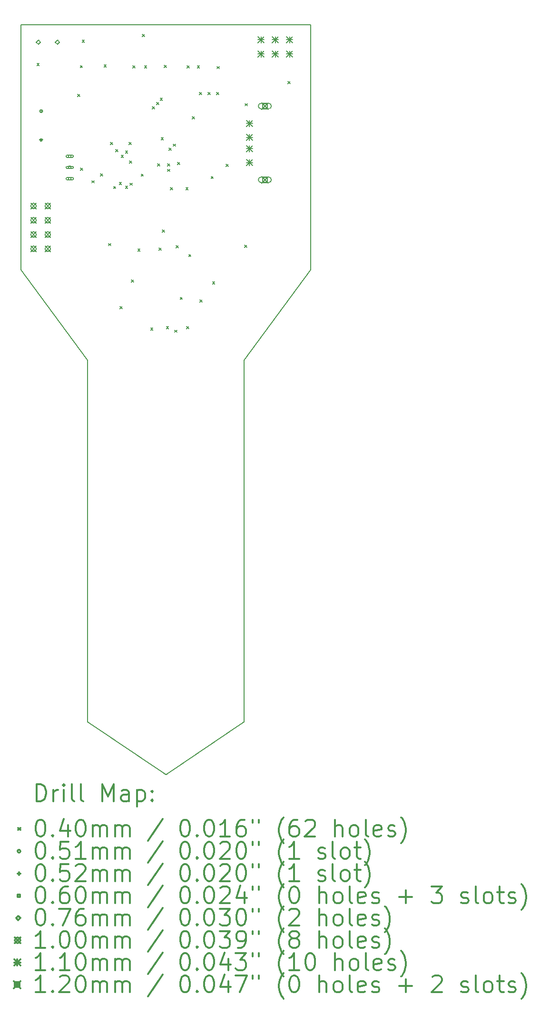
<source format=gbr>
%FSLAX45Y45*%
G04 Gerber Fmt 4.5, Leading zero omitted, Abs format (unit mm)*
G04 Created by KiCad (PCBNEW (5.1.9-0-10_14)) date 2021-04-26 19:30:28*
%MOMM*%
%LPD*%
G01*
G04 APERTURE LIST*
%TA.AperFunction,Profile*%
%ADD10C,0.150000*%
%TD*%
%ADD11C,0.200000*%
%ADD12C,0.300000*%
G04 APERTURE END LIST*
D10*
X7470000Y-5460000D02*
X12630000Y-5460000D01*
X11445000Y-17865000D02*
X10050000Y-18800000D01*
X11445000Y-11430000D02*
X12630000Y-9817500D01*
X12630000Y-9817500D02*
X12630000Y-5460000D01*
X11445000Y-11430000D02*
X11445000Y-17865000D01*
X8655000Y-11430000D02*
X8655000Y-17865000D01*
X7470000Y-9817500D02*
X7470000Y-5460000D01*
X8655000Y-11430000D02*
X7470000Y-9817500D01*
X8655000Y-17865000D02*
X10050000Y-18800000D01*
D11*
X7755000Y-6142500D02*
X7795000Y-6182500D01*
X7795000Y-6142500D02*
X7755000Y-6182500D01*
X8477500Y-6694999D02*
X8517500Y-6734999D01*
X8517500Y-6694999D02*
X8477500Y-6734999D01*
X8527500Y-6182500D02*
X8567500Y-6222500D01*
X8567500Y-6182500D02*
X8527500Y-6222500D01*
X8528000Y-8011000D02*
X8568000Y-8051000D01*
X8568000Y-8011000D02*
X8528000Y-8051000D01*
X8560000Y-5730000D02*
X8600000Y-5770000D01*
X8600000Y-5730000D02*
X8560000Y-5770000D01*
X8732710Y-8232710D02*
X8772710Y-8272710D01*
X8772710Y-8232710D02*
X8732710Y-8272710D01*
X8885000Y-8108000D02*
X8925000Y-8148000D01*
X8925000Y-8108000D02*
X8885000Y-8148000D01*
X8950000Y-6172500D02*
X8990000Y-6212500D01*
X8990000Y-6172500D02*
X8950000Y-6212500D01*
X9030000Y-9350000D02*
X9070000Y-9390000D01*
X9070000Y-9350000D02*
X9030000Y-9390000D01*
X9063431Y-7548431D02*
X9103431Y-7588431D01*
X9103431Y-7548431D02*
X9063431Y-7588431D01*
X9119998Y-8332832D02*
X9159998Y-8372832D01*
X9159998Y-8332832D02*
X9119998Y-8372832D01*
X9157819Y-7680319D02*
X9197819Y-7720319D01*
X9197819Y-7680319D02*
X9157819Y-7720319D01*
X9221794Y-8261401D02*
X9261794Y-8301401D01*
X9261794Y-8261401D02*
X9221794Y-8301401D01*
X9236000Y-10471000D02*
X9276000Y-10511000D01*
X9276000Y-10471000D02*
X9236000Y-10511000D01*
X9255000Y-7780000D02*
X9295000Y-7820000D01*
X9295000Y-7780000D02*
X9255000Y-7820000D01*
X9330000Y-7705000D02*
X9370000Y-7745000D01*
X9370000Y-7705000D02*
X9330000Y-7745000D01*
X9330000Y-8330000D02*
X9370000Y-8370000D01*
X9370000Y-8330000D02*
X9330000Y-8370000D01*
X9392035Y-7548635D02*
X9432035Y-7588635D01*
X9432035Y-7548635D02*
X9392035Y-7588635D01*
X9403735Y-7878735D02*
X9443735Y-7918735D01*
X9443735Y-7878735D02*
X9403735Y-7918735D01*
X9413205Y-8274530D02*
X9453205Y-8314530D01*
X9453205Y-8274530D02*
X9413205Y-8314530D01*
X9439500Y-9995500D02*
X9479500Y-10035500D01*
X9479500Y-9995500D02*
X9439500Y-10035500D01*
X9460000Y-6190000D02*
X9500000Y-6230000D01*
X9500000Y-6190000D02*
X9460000Y-6230000D01*
X9550000Y-9450000D02*
X9590000Y-9490000D01*
X9590000Y-9450000D02*
X9550000Y-9490000D01*
X9610000Y-8113901D02*
X9650000Y-8153901D01*
X9650000Y-8113901D02*
X9610000Y-8153901D01*
X9630000Y-5630000D02*
X9670000Y-5670000D01*
X9670000Y-5630000D02*
X9630000Y-5670000D01*
X9670000Y-6190000D02*
X9710000Y-6230000D01*
X9710000Y-6190000D02*
X9670000Y-6230000D01*
X9780000Y-10855000D02*
X9820000Y-10895000D01*
X9820000Y-10855000D02*
X9780000Y-10895000D01*
X9809800Y-6914200D02*
X9849800Y-6954200D01*
X9849800Y-6914200D02*
X9809800Y-6954200D01*
X9886000Y-6838000D02*
X9926000Y-6878000D01*
X9926000Y-6838000D02*
X9886000Y-6878000D01*
X9905000Y-7930001D02*
X9945000Y-7970001D01*
X9945000Y-7930001D02*
X9905000Y-7970001D01*
X9930000Y-9430000D02*
X9970000Y-9470000D01*
X9970000Y-9430000D02*
X9930000Y-9470000D01*
X9949176Y-6760482D02*
X9989176Y-6800482D01*
X9989176Y-6760482D02*
X9949176Y-6800482D01*
X9966235Y-7468765D02*
X10006235Y-7508765D01*
X10006235Y-7468765D02*
X9966235Y-7508765D01*
X9990000Y-9110000D02*
X10030000Y-9150000D01*
X10030000Y-9110000D02*
X9990000Y-9150000D01*
X10021677Y-6180000D02*
X10061677Y-6220000D01*
X10061677Y-6180000D02*
X10021677Y-6220000D01*
X10060000Y-10829999D02*
X10100000Y-10869999D01*
X10100000Y-10829999D02*
X10060000Y-10869999D01*
X10080000Y-7930000D02*
X10120000Y-7970000D01*
X10120000Y-7930000D02*
X10080000Y-7970000D01*
X10080000Y-8030000D02*
X10120000Y-8070000D01*
X10120000Y-8030000D02*
X10080000Y-8070000D01*
X10105000Y-7655000D02*
X10145000Y-7695000D01*
X10145000Y-7655000D02*
X10105000Y-7695000D01*
X10130000Y-8355000D02*
X10170000Y-8395000D01*
X10170000Y-8355000D02*
X10130000Y-8395000D01*
X10180000Y-7580000D02*
X10220000Y-7620000D01*
X10220000Y-7580000D02*
X10180000Y-7620000D01*
X10210000Y-10890000D02*
X10250000Y-10930000D01*
X10250000Y-10890000D02*
X10210000Y-10930000D01*
X10230000Y-9390000D02*
X10270000Y-9430000D01*
X10270000Y-9390000D02*
X10230000Y-9430000D01*
X10255000Y-7905000D02*
X10295000Y-7945000D01*
X10295000Y-7905000D02*
X10255000Y-7945000D01*
X10305000Y-10307500D02*
X10345000Y-10347500D01*
X10345000Y-10307500D02*
X10305000Y-10347500D01*
X10405000Y-8355000D02*
X10445000Y-8395000D01*
X10445000Y-8355000D02*
X10405000Y-8395000D01*
X10420000Y-10827499D02*
X10460000Y-10867499D01*
X10460000Y-10827499D02*
X10420000Y-10867499D01*
X10430000Y-6190000D02*
X10470000Y-6230000D01*
X10470000Y-6190000D02*
X10430000Y-6230000D01*
X10455931Y-9544069D02*
X10495931Y-9584069D01*
X10495931Y-9544069D02*
X10455931Y-9584069D01*
X10521000Y-7092000D02*
X10561000Y-7132000D01*
X10561000Y-7092000D02*
X10521000Y-7132000D01*
X10610000Y-6190000D02*
X10650000Y-6230000D01*
X10650000Y-6190000D02*
X10610000Y-6230000D01*
X10648000Y-6664000D02*
X10688000Y-6704000D01*
X10688000Y-6664000D02*
X10648000Y-6704000D01*
X10655000Y-10355000D02*
X10695000Y-10395000D01*
X10695000Y-10355000D02*
X10655000Y-10395000D01*
X10800400Y-6664000D02*
X10840400Y-6704000D01*
X10840400Y-6664000D02*
X10800400Y-6704000D01*
X10855000Y-8155000D02*
X10895000Y-8195000D01*
X10895000Y-8155000D02*
X10855000Y-8195000D01*
X10880000Y-10030000D02*
X10920000Y-10070000D01*
X10920000Y-10030000D02*
X10880000Y-10070000D01*
X10952800Y-6664000D02*
X10992800Y-6704000D01*
X10992800Y-6664000D02*
X10952800Y-6704000D01*
X10959999Y-6200000D02*
X10999999Y-6240000D01*
X10999999Y-6200000D02*
X10959999Y-6240000D01*
X11121000Y-7938000D02*
X11161000Y-7978000D01*
X11161000Y-7938000D02*
X11121000Y-7978000D01*
X11450000Y-9380000D02*
X11490000Y-9420000D01*
X11490000Y-9380000D02*
X11450000Y-9420000D01*
X11460800Y-6859700D02*
X11500800Y-6899700D01*
X11500800Y-6859700D02*
X11460800Y-6899700D01*
X12222800Y-6469000D02*
X12262800Y-6509000D01*
X12262800Y-6469000D02*
X12222800Y-6509000D01*
X7855500Y-6996000D02*
G75*
G03*
X7855500Y-6996000I-25500J0D01*
G01*
X7842500Y-6980500D02*
X7817500Y-6980500D01*
X7842500Y-7011500D02*
X7817500Y-7011500D01*
X7817500Y-6980500D02*
G75*
G03*
X7817500Y-7011500I0J-15500D01*
G01*
X7842500Y-7011500D02*
G75*
G03*
X7842500Y-6980500I0J15500D01*
G01*
X7830000Y-7478000D02*
X7830000Y-7530000D01*
X7804000Y-7504000D02*
X7856000Y-7504000D01*
X7842000Y-7488000D02*
X7818000Y-7488000D01*
X7842000Y-7520000D02*
X7818000Y-7520000D01*
X7818000Y-7488000D02*
G75*
G03*
X7818000Y-7520000I0J-16000D01*
G01*
X7842000Y-7520000D02*
G75*
G03*
X7842000Y-7488000I0J16000D01*
G01*
X8361213Y-7818713D02*
X8361213Y-7776287D01*
X8318787Y-7776287D01*
X8318787Y-7818713D01*
X8361213Y-7818713D01*
X8385000Y-7777500D02*
X8295000Y-7777500D01*
X8385000Y-7817500D02*
X8295000Y-7817500D01*
X8295000Y-7777500D02*
G75*
G03*
X8295000Y-7817500I0J-20000D01*
G01*
X8385000Y-7817500D02*
G75*
G03*
X8385000Y-7777500I0J20000D01*
G01*
X8361213Y-8018713D02*
X8361213Y-7976287D01*
X8318787Y-7976287D01*
X8318787Y-8018713D01*
X8361213Y-8018713D01*
X8385000Y-7977500D02*
X8295000Y-7977500D01*
X8385000Y-8017500D02*
X8295000Y-8017500D01*
X8295000Y-7977500D02*
G75*
G03*
X8295000Y-8017500I0J-20000D01*
G01*
X8385000Y-8017500D02*
G75*
G03*
X8385000Y-7977500I0J20000D01*
G01*
X8361213Y-8218713D02*
X8361213Y-8176287D01*
X8318787Y-8176287D01*
X8318787Y-8218713D01*
X8361213Y-8218713D01*
X8385000Y-8177500D02*
X8295000Y-8177500D01*
X8385000Y-8217500D02*
X8295000Y-8217500D01*
X8295000Y-8177500D02*
G75*
G03*
X8295000Y-8217500I0J-20000D01*
G01*
X8385000Y-8217500D02*
G75*
G03*
X8385000Y-8177500I0J20000D01*
G01*
X7782500Y-5808100D02*
X7820600Y-5770000D01*
X7782500Y-5731900D01*
X7744400Y-5770000D01*
X7782500Y-5808100D01*
X8122500Y-5808100D02*
X8160600Y-5770000D01*
X8122500Y-5731900D01*
X8084400Y-5770000D01*
X8122500Y-5808100D01*
X7645000Y-8633000D02*
X7745000Y-8733000D01*
X7745000Y-8633000D02*
X7645000Y-8733000D01*
X7745000Y-8683000D02*
G75*
G03*
X7745000Y-8683000I-50000J0D01*
G01*
X7645000Y-8887000D02*
X7745000Y-8987000D01*
X7745000Y-8887000D02*
X7645000Y-8987000D01*
X7745000Y-8937000D02*
G75*
G03*
X7745000Y-8937000I-50000J0D01*
G01*
X7645000Y-9141000D02*
X7745000Y-9241000D01*
X7745000Y-9141000D02*
X7645000Y-9241000D01*
X7745000Y-9191000D02*
G75*
G03*
X7745000Y-9191000I-50000J0D01*
G01*
X7645000Y-9395000D02*
X7745000Y-9495000D01*
X7745000Y-9395000D02*
X7645000Y-9495000D01*
X7745000Y-9445000D02*
G75*
G03*
X7745000Y-9445000I-50000J0D01*
G01*
X7899000Y-8633000D02*
X7999000Y-8733000D01*
X7999000Y-8633000D02*
X7899000Y-8733000D01*
X7999000Y-8683000D02*
G75*
G03*
X7999000Y-8683000I-50000J0D01*
G01*
X7899000Y-8887000D02*
X7999000Y-8987000D01*
X7999000Y-8887000D02*
X7899000Y-8987000D01*
X7999000Y-8937000D02*
G75*
G03*
X7999000Y-8937000I-50000J0D01*
G01*
X7899000Y-9141000D02*
X7999000Y-9241000D01*
X7999000Y-9141000D02*
X7899000Y-9241000D01*
X7999000Y-9191000D02*
G75*
G03*
X7999000Y-9191000I-50000J0D01*
G01*
X7899000Y-9395000D02*
X7999000Y-9495000D01*
X7999000Y-9395000D02*
X7899000Y-9495000D01*
X7999000Y-9445000D02*
G75*
G03*
X7999000Y-9445000I-50000J0D01*
G01*
X11482500Y-7156000D02*
X11592500Y-7266000D01*
X11592500Y-7156000D02*
X11482500Y-7266000D01*
X11537500Y-7156000D02*
X11537500Y-7266000D01*
X11482500Y-7211000D02*
X11592500Y-7211000D01*
X11482500Y-7406000D02*
X11592500Y-7516000D01*
X11592500Y-7406000D02*
X11482500Y-7516000D01*
X11537500Y-7406000D02*
X11537500Y-7516000D01*
X11482500Y-7461000D02*
X11592500Y-7461000D01*
X11482500Y-7606000D02*
X11592500Y-7716000D01*
X11592500Y-7606000D02*
X11482500Y-7716000D01*
X11537500Y-7606000D02*
X11537500Y-7716000D01*
X11482500Y-7661000D02*
X11592500Y-7661000D01*
X11482500Y-7856000D02*
X11592500Y-7966000D01*
X11592500Y-7856000D02*
X11482500Y-7966000D01*
X11537500Y-7856000D02*
X11537500Y-7966000D01*
X11482500Y-7911000D02*
X11592500Y-7911000D01*
X11691000Y-5668000D02*
X11801000Y-5778000D01*
X11801000Y-5668000D02*
X11691000Y-5778000D01*
X11746000Y-5668000D02*
X11746000Y-5778000D01*
X11691000Y-5723000D02*
X11801000Y-5723000D01*
X11691000Y-5922000D02*
X11801000Y-6032000D01*
X11801000Y-5922000D02*
X11691000Y-6032000D01*
X11746000Y-5922000D02*
X11746000Y-6032000D01*
X11691000Y-5977000D02*
X11801000Y-5977000D01*
X11945000Y-5668000D02*
X12055000Y-5778000D01*
X12055000Y-5668000D02*
X11945000Y-5778000D01*
X12000000Y-5668000D02*
X12000000Y-5778000D01*
X11945000Y-5723000D02*
X12055000Y-5723000D01*
X11945000Y-5922000D02*
X12055000Y-6032000D01*
X12055000Y-5922000D02*
X11945000Y-6032000D01*
X12000000Y-5922000D02*
X12000000Y-6032000D01*
X11945000Y-5977000D02*
X12055000Y-5977000D01*
X12199000Y-5668000D02*
X12309000Y-5778000D01*
X12309000Y-5668000D02*
X12199000Y-5778000D01*
X12254000Y-5668000D02*
X12254000Y-5778000D01*
X12199000Y-5723000D02*
X12309000Y-5723000D01*
X12199000Y-5922000D02*
X12309000Y-6032000D01*
X12309000Y-5922000D02*
X12199000Y-6032000D01*
X12254000Y-5922000D02*
X12254000Y-6032000D01*
X12199000Y-5977000D02*
X12309000Y-5977000D01*
X11752500Y-6845200D02*
X11872500Y-6965200D01*
X11872500Y-6845200D02*
X11752500Y-6965200D01*
X11854927Y-6947627D02*
X11854927Y-6862773D01*
X11770073Y-6862773D01*
X11770073Y-6947627D01*
X11854927Y-6947627D01*
X11747500Y-6955200D02*
X11877500Y-6955200D01*
X11747500Y-6855200D02*
X11877500Y-6855200D01*
X11877500Y-6955200D02*
G75*
G03*
X11877500Y-6855200I0J50000D01*
G01*
X11747500Y-6855200D02*
G75*
G03*
X11747500Y-6955200I0J-50000D01*
G01*
X11752500Y-8156800D02*
X11872500Y-8276800D01*
X11872500Y-8156800D02*
X11752500Y-8276800D01*
X11854927Y-8259227D02*
X11854927Y-8174373D01*
X11770073Y-8174373D01*
X11770073Y-8259227D01*
X11854927Y-8259227D01*
X11877500Y-8166800D02*
X11747500Y-8166800D01*
X11877500Y-8266800D02*
X11747500Y-8266800D01*
X11747500Y-8166800D02*
G75*
G03*
X11747500Y-8266800I0J-50000D01*
G01*
X11877500Y-8266800D02*
G75*
G03*
X11877500Y-8166800I0J50000D01*
G01*
D12*
X7748928Y-19273214D02*
X7748928Y-18973214D01*
X7820357Y-18973214D01*
X7863214Y-18987500D01*
X7891786Y-19016072D01*
X7906071Y-19044643D01*
X7920357Y-19101786D01*
X7920357Y-19144643D01*
X7906071Y-19201786D01*
X7891786Y-19230357D01*
X7863214Y-19258929D01*
X7820357Y-19273214D01*
X7748928Y-19273214D01*
X8048928Y-19273214D02*
X8048928Y-19073214D01*
X8048928Y-19130357D02*
X8063214Y-19101786D01*
X8077500Y-19087500D01*
X8106071Y-19073214D01*
X8134643Y-19073214D01*
X8234643Y-19273214D02*
X8234643Y-19073214D01*
X8234643Y-18973214D02*
X8220357Y-18987500D01*
X8234643Y-19001786D01*
X8248928Y-18987500D01*
X8234643Y-18973214D01*
X8234643Y-19001786D01*
X8420357Y-19273214D02*
X8391786Y-19258929D01*
X8377500Y-19230357D01*
X8377500Y-18973214D01*
X8577500Y-19273214D02*
X8548928Y-19258929D01*
X8534643Y-19230357D01*
X8534643Y-18973214D01*
X8920357Y-19273214D02*
X8920357Y-18973214D01*
X9020357Y-19187500D01*
X9120357Y-18973214D01*
X9120357Y-19273214D01*
X9391786Y-19273214D02*
X9391786Y-19116072D01*
X9377500Y-19087500D01*
X9348928Y-19073214D01*
X9291786Y-19073214D01*
X9263214Y-19087500D01*
X9391786Y-19258929D02*
X9363214Y-19273214D01*
X9291786Y-19273214D01*
X9263214Y-19258929D01*
X9248928Y-19230357D01*
X9248928Y-19201786D01*
X9263214Y-19173214D01*
X9291786Y-19158929D01*
X9363214Y-19158929D01*
X9391786Y-19144643D01*
X9534643Y-19073214D02*
X9534643Y-19373214D01*
X9534643Y-19087500D02*
X9563214Y-19073214D01*
X9620357Y-19073214D01*
X9648928Y-19087500D01*
X9663214Y-19101786D01*
X9677500Y-19130357D01*
X9677500Y-19216072D01*
X9663214Y-19244643D01*
X9648928Y-19258929D01*
X9620357Y-19273214D01*
X9563214Y-19273214D01*
X9534643Y-19258929D01*
X9806071Y-19244643D02*
X9820357Y-19258929D01*
X9806071Y-19273214D01*
X9791786Y-19258929D01*
X9806071Y-19244643D01*
X9806071Y-19273214D01*
X9806071Y-19087500D02*
X9820357Y-19101786D01*
X9806071Y-19116072D01*
X9791786Y-19101786D01*
X9806071Y-19087500D01*
X9806071Y-19116072D01*
X7422500Y-19747500D02*
X7462500Y-19787500D01*
X7462500Y-19747500D02*
X7422500Y-19787500D01*
X7806071Y-19603214D02*
X7834643Y-19603214D01*
X7863214Y-19617500D01*
X7877500Y-19631786D01*
X7891786Y-19660357D01*
X7906071Y-19717500D01*
X7906071Y-19788929D01*
X7891786Y-19846072D01*
X7877500Y-19874643D01*
X7863214Y-19888929D01*
X7834643Y-19903214D01*
X7806071Y-19903214D01*
X7777500Y-19888929D01*
X7763214Y-19874643D01*
X7748928Y-19846072D01*
X7734643Y-19788929D01*
X7734643Y-19717500D01*
X7748928Y-19660357D01*
X7763214Y-19631786D01*
X7777500Y-19617500D01*
X7806071Y-19603214D01*
X8034643Y-19874643D02*
X8048928Y-19888929D01*
X8034643Y-19903214D01*
X8020357Y-19888929D01*
X8034643Y-19874643D01*
X8034643Y-19903214D01*
X8306071Y-19703214D02*
X8306071Y-19903214D01*
X8234643Y-19588929D02*
X8163214Y-19803214D01*
X8348928Y-19803214D01*
X8520357Y-19603214D02*
X8548928Y-19603214D01*
X8577500Y-19617500D01*
X8591786Y-19631786D01*
X8606071Y-19660357D01*
X8620357Y-19717500D01*
X8620357Y-19788929D01*
X8606071Y-19846072D01*
X8591786Y-19874643D01*
X8577500Y-19888929D01*
X8548928Y-19903214D01*
X8520357Y-19903214D01*
X8491786Y-19888929D01*
X8477500Y-19874643D01*
X8463214Y-19846072D01*
X8448928Y-19788929D01*
X8448928Y-19717500D01*
X8463214Y-19660357D01*
X8477500Y-19631786D01*
X8491786Y-19617500D01*
X8520357Y-19603214D01*
X8748928Y-19903214D02*
X8748928Y-19703214D01*
X8748928Y-19731786D02*
X8763214Y-19717500D01*
X8791786Y-19703214D01*
X8834643Y-19703214D01*
X8863214Y-19717500D01*
X8877500Y-19746072D01*
X8877500Y-19903214D01*
X8877500Y-19746072D02*
X8891786Y-19717500D01*
X8920357Y-19703214D01*
X8963214Y-19703214D01*
X8991786Y-19717500D01*
X9006071Y-19746072D01*
X9006071Y-19903214D01*
X9148928Y-19903214D02*
X9148928Y-19703214D01*
X9148928Y-19731786D02*
X9163214Y-19717500D01*
X9191786Y-19703214D01*
X9234643Y-19703214D01*
X9263214Y-19717500D01*
X9277500Y-19746072D01*
X9277500Y-19903214D01*
X9277500Y-19746072D02*
X9291786Y-19717500D01*
X9320357Y-19703214D01*
X9363214Y-19703214D01*
X9391786Y-19717500D01*
X9406071Y-19746072D01*
X9406071Y-19903214D01*
X9991786Y-19588929D02*
X9734643Y-19974643D01*
X10377500Y-19603214D02*
X10406071Y-19603214D01*
X10434643Y-19617500D01*
X10448928Y-19631786D01*
X10463214Y-19660357D01*
X10477500Y-19717500D01*
X10477500Y-19788929D01*
X10463214Y-19846072D01*
X10448928Y-19874643D01*
X10434643Y-19888929D01*
X10406071Y-19903214D01*
X10377500Y-19903214D01*
X10348928Y-19888929D01*
X10334643Y-19874643D01*
X10320357Y-19846072D01*
X10306071Y-19788929D01*
X10306071Y-19717500D01*
X10320357Y-19660357D01*
X10334643Y-19631786D01*
X10348928Y-19617500D01*
X10377500Y-19603214D01*
X10606071Y-19874643D02*
X10620357Y-19888929D01*
X10606071Y-19903214D01*
X10591786Y-19888929D01*
X10606071Y-19874643D01*
X10606071Y-19903214D01*
X10806071Y-19603214D02*
X10834643Y-19603214D01*
X10863214Y-19617500D01*
X10877500Y-19631786D01*
X10891786Y-19660357D01*
X10906071Y-19717500D01*
X10906071Y-19788929D01*
X10891786Y-19846072D01*
X10877500Y-19874643D01*
X10863214Y-19888929D01*
X10834643Y-19903214D01*
X10806071Y-19903214D01*
X10777500Y-19888929D01*
X10763214Y-19874643D01*
X10748928Y-19846072D01*
X10734643Y-19788929D01*
X10734643Y-19717500D01*
X10748928Y-19660357D01*
X10763214Y-19631786D01*
X10777500Y-19617500D01*
X10806071Y-19603214D01*
X11191786Y-19903214D02*
X11020357Y-19903214D01*
X11106071Y-19903214D02*
X11106071Y-19603214D01*
X11077500Y-19646072D01*
X11048928Y-19674643D01*
X11020357Y-19688929D01*
X11448928Y-19603214D02*
X11391786Y-19603214D01*
X11363214Y-19617500D01*
X11348928Y-19631786D01*
X11320357Y-19674643D01*
X11306071Y-19731786D01*
X11306071Y-19846072D01*
X11320357Y-19874643D01*
X11334643Y-19888929D01*
X11363214Y-19903214D01*
X11420357Y-19903214D01*
X11448928Y-19888929D01*
X11463214Y-19874643D01*
X11477500Y-19846072D01*
X11477500Y-19774643D01*
X11463214Y-19746072D01*
X11448928Y-19731786D01*
X11420357Y-19717500D01*
X11363214Y-19717500D01*
X11334643Y-19731786D01*
X11320357Y-19746072D01*
X11306071Y-19774643D01*
X11591786Y-19603214D02*
X11591786Y-19660357D01*
X11706071Y-19603214D02*
X11706071Y-19660357D01*
X12148928Y-20017500D02*
X12134643Y-20003214D01*
X12106071Y-19960357D01*
X12091786Y-19931786D01*
X12077500Y-19888929D01*
X12063214Y-19817500D01*
X12063214Y-19760357D01*
X12077500Y-19688929D01*
X12091786Y-19646072D01*
X12106071Y-19617500D01*
X12134643Y-19574643D01*
X12148928Y-19560357D01*
X12391786Y-19603214D02*
X12334643Y-19603214D01*
X12306071Y-19617500D01*
X12291786Y-19631786D01*
X12263214Y-19674643D01*
X12248928Y-19731786D01*
X12248928Y-19846072D01*
X12263214Y-19874643D01*
X12277500Y-19888929D01*
X12306071Y-19903214D01*
X12363214Y-19903214D01*
X12391786Y-19888929D01*
X12406071Y-19874643D01*
X12420357Y-19846072D01*
X12420357Y-19774643D01*
X12406071Y-19746072D01*
X12391786Y-19731786D01*
X12363214Y-19717500D01*
X12306071Y-19717500D01*
X12277500Y-19731786D01*
X12263214Y-19746072D01*
X12248928Y-19774643D01*
X12534643Y-19631786D02*
X12548928Y-19617500D01*
X12577500Y-19603214D01*
X12648928Y-19603214D01*
X12677500Y-19617500D01*
X12691786Y-19631786D01*
X12706071Y-19660357D01*
X12706071Y-19688929D01*
X12691786Y-19731786D01*
X12520357Y-19903214D01*
X12706071Y-19903214D01*
X13063214Y-19903214D02*
X13063214Y-19603214D01*
X13191786Y-19903214D02*
X13191786Y-19746072D01*
X13177500Y-19717500D01*
X13148928Y-19703214D01*
X13106071Y-19703214D01*
X13077500Y-19717500D01*
X13063214Y-19731786D01*
X13377500Y-19903214D02*
X13348928Y-19888929D01*
X13334643Y-19874643D01*
X13320357Y-19846072D01*
X13320357Y-19760357D01*
X13334643Y-19731786D01*
X13348928Y-19717500D01*
X13377500Y-19703214D01*
X13420357Y-19703214D01*
X13448928Y-19717500D01*
X13463214Y-19731786D01*
X13477500Y-19760357D01*
X13477500Y-19846072D01*
X13463214Y-19874643D01*
X13448928Y-19888929D01*
X13420357Y-19903214D01*
X13377500Y-19903214D01*
X13648928Y-19903214D02*
X13620357Y-19888929D01*
X13606071Y-19860357D01*
X13606071Y-19603214D01*
X13877500Y-19888929D02*
X13848928Y-19903214D01*
X13791786Y-19903214D01*
X13763214Y-19888929D01*
X13748928Y-19860357D01*
X13748928Y-19746072D01*
X13763214Y-19717500D01*
X13791786Y-19703214D01*
X13848928Y-19703214D01*
X13877500Y-19717500D01*
X13891786Y-19746072D01*
X13891786Y-19774643D01*
X13748928Y-19803214D01*
X14006071Y-19888929D02*
X14034643Y-19903214D01*
X14091786Y-19903214D01*
X14120357Y-19888929D01*
X14134643Y-19860357D01*
X14134643Y-19846072D01*
X14120357Y-19817500D01*
X14091786Y-19803214D01*
X14048928Y-19803214D01*
X14020357Y-19788929D01*
X14006071Y-19760357D01*
X14006071Y-19746072D01*
X14020357Y-19717500D01*
X14048928Y-19703214D01*
X14091786Y-19703214D01*
X14120357Y-19717500D01*
X14234643Y-20017500D02*
X14248928Y-20003214D01*
X14277500Y-19960357D01*
X14291786Y-19931786D01*
X14306071Y-19888929D01*
X14320357Y-19817500D01*
X14320357Y-19760357D01*
X14306071Y-19688929D01*
X14291786Y-19646072D01*
X14277500Y-19617500D01*
X14248928Y-19574643D01*
X14234643Y-19560357D01*
X7462500Y-20163500D02*
G75*
G03*
X7462500Y-20163500I-25500J0D01*
G01*
X7806071Y-19999214D02*
X7834643Y-19999214D01*
X7863214Y-20013500D01*
X7877500Y-20027786D01*
X7891786Y-20056357D01*
X7906071Y-20113500D01*
X7906071Y-20184929D01*
X7891786Y-20242072D01*
X7877500Y-20270643D01*
X7863214Y-20284929D01*
X7834643Y-20299214D01*
X7806071Y-20299214D01*
X7777500Y-20284929D01*
X7763214Y-20270643D01*
X7748928Y-20242072D01*
X7734643Y-20184929D01*
X7734643Y-20113500D01*
X7748928Y-20056357D01*
X7763214Y-20027786D01*
X7777500Y-20013500D01*
X7806071Y-19999214D01*
X8034643Y-20270643D02*
X8048928Y-20284929D01*
X8034643Y-20299214D01*
X8020357Y-20284929D01*
X8034643Y-20270643D01*
X8034643Y-20299214D01*
X8320357Y-19999214D02*
X8177500Y-19999214D01*
X8163214Y-20142072D01*
X8177500Y-20127786D01*
X8206071Y-20113500D01*
X8277500Y-20113500D01*
X8306071Y-20127786D01*
X8320357Y-20142072D01*
X8334643Y-20170643D01*
X8334643Y-20242072D01*
X8320357Y-20270643D01*
X8306071Y-20284929D01*
X8277500Y-20299214D01*
X8206071Y-20299214D01*
X8177500Y-20284929D01*
X8163214Y-20270643D01*
X8620357Y-20299214D02*
X8448928Y-20299214D01*
X8534643Y-20299214D02*
X8534643Y-19999214D01*
X8506071Y-20042072D01*
X8477500Y-20070643D01*
X8448928Y-20084929D01*
X8748928Y-20299214D02*
X8748928Y-20099214D01*
X8748928Y-20127786D02*
X8763214Y-20113500D01*
X8791786Y-20099214D01*
X8834643Y-20099214D01*
X8863214Y-20113500D01*
X8877500Y-20142072D01*
X8877500Y-20299214D01*
X8877500Y-20142072D02*
X8891786Y-20113500D01*
X8920357Y-20099214D01*
X8963214Y-20099214D01*
X8991786Y-20113500D01*
X9006071Y-20142072D01*
X9006071Y-20299214D01*
X9148928Y-20299214D02*
X9148928Y-20099214D01*
X9148928Y-20127786D02*
X9163214Y-20113500D01*
X9191786Y-20099214D01*
X9234643Y-20099214D01*
X9263214Y-20113500D01*
X9277500Y-20142072D01*
X9277500Y-20299214D01*
X9277500Y-20142072D02*
X9291786Y-20113500D01*
X9320357Y-20099214D01*
X9363214Y-20099214D01*
X9391786Y-20113500D01*
X9406071Y-20142072D01*
X9406071Y-20299214D01*
X9991786Y-19984929D02*
X9734643Y-20370643D01*
X10377500Y-19999214D02*
X10406071Y-19999214D01*
X10434643Y-20013500D01*
X10448928Y-20027786D01*
X10463214Y-20056357D01*
X10477500Y-20113500D01*
X10477500Y-20184929D01*
X10463214Y-20242072D01*
X10448928Y-20270643D01*
X10434643Y-20284929D01*
X10406071Y-20299214D01*
X10377500Y-20299214D01*
X10348928Y-20284929D01*
X10334643Y-20270643D01*
X10320357Y-20242072D01*
X10306071Y-20184929D01*
X10306071Y-20113500D01*
X10320357Y-20056357D01*
X10334643Y-20027786D01*
X10348928Y-20013500D01*
X10377500Y-19999214D01*
X10606071Y-20270643D02*
X10620357Y-20284929D01*
X10606071Y-20299214D01*
X10591786Y-20284929D01*
X10606071Y-20270643D01*
X10606071Y-20299214D01*
X10806071Y-19999214D02*
X10834643Y-19999214D01*
X10863214Y-20013500D01*
X10877500Y-20027786D01*
X10891786Y-20056357D01*
X10906071Y-20113500D01*
X10906071Y-20184929D01*
X10891786Y-20242072D01*
X10877500Y-20270643D01*
X10863214Y-20284929D01*
X10834643Y-20299214D01*
X10806071Y-20299214D01*
X10777500Y-20284929D01*
X10763214Y-20270643D01*
X10748928Y-20242072D01*
X10734643Y-20184929D01*
X10734643Y-20113500D01*
X10748928Y-20056357D01*
X10763214Y-20027786D01*
X10777500Y-20013500D01*
X10806071Y-19999214D01*
X11020357Y-20027786D02*
X11034643Y-20013500D01*
X11063214Y-19999214D01*
X11134643Y-19999214D01*
X11163214Y-20013500D01*
X11177500Y-20027786D01*
X11191786Y-20056357D01*
X11191786Y-20084929D01*
X11177500Y-20127786D01*
X11006071Y-20299214D01*
X11191786Y-20299214D01*
X11377500Y-19999214D02*
X11406071Y-19999214D01*
X11434643Y-20013500D01*
X11448928Y-20027786D01*
X11463214Y-20056357D01*
X11477500Y-20113500D01*
X11477500Y-20184929D01*
X11463214Y-20242072D01*
X11448928Y-20270643D01*
X11434643Y-20284929D01*
X11406071Y-20299214D01*
X11377500Y-20299214D01*
X11348928Y-20284929D01*
X11334643Y-20270643D01*
X11320357Y-20242072D01*
X11306071Y-20184929D01*
X11306071Y-20113500D01*
X11320357Y-20056357D01*
X11334643Y-20027786D01*
X11348928Y-20013500D01*
X11377500Y-19999214D01*
X11591786Y-19999214D02*
X11591786Y-20056357D01*
X11706071Y-19999214D02*
X11706071Y-20056357D01*
X12148928Y-20413500D02*
X12134643Y-20399214D01*
X12106071Y-20356357D01*
X12091786Y-20327786D01*
X12077500Y-20284929D01*
X12063214Y-20213500D01*
X12063214Y-20156357D01*
X12077500Y-20084929D01*
X12091786Y-20042072D01*
X12106071Y-20013500D01*
X12134643Y-19970643D01*
X12148928Y-19956357D01*
X12420357Y-20299214D02*
X12248928Y-20299214D01*
X12334643Y-20299214D02*
X12334643Y-19999214D01*
X12306071Y-20042072D01*
X12277500Y-20070643D01*
X12248928Y-20084929D01*
X12763214Y-20284929D02*
X12791786Y-20299214D01*
X12848928Y-20299214D01*
X12877500Y-20284929D01*
X12891786Y-20256357D01*
X12891786Y-20242072D01*
X12877500Y-20213500D01*
X12848928Y-20199214D01*
X12806071Y-20199214D01*
X12777500Y-20184929D01*
X12763214Y-20156357D01*
X12763214Y-20142072D01*
X12777500Y-20113500D01*
X12806071Y-20099214D01*
X12848928Y-20099214D01*
X12877500Y-20113500D01*
X13063214Y-20299214D02*
X13034643Y-20284929D01*
X13020357Y-20256357D01*
X13020357Y-19999214D01*
X13220357Y-20299214D02*
X13191786Y-20284929D01*
X13177500Y-20270643D01*
X13163214Y-20242072D01*
X13163214Y-20156357D01*
X13177500Y-20127786D01*
X13191786Y-20113500D01*
X13220357Y-20099214D01*
X13263214Y-20099214D01*
X13291786Y-20113500D01*
X13306071Y-20127786D01*
X13320357Y-20156357D01*
X13320357Y-20242072D01*
X13306071Y-20270643D01*
X13291786Y-20284929D01*
X13263214Y-20299214D01*
X13220357Y-20299214D01*
X13406071Y-20099214D02*
X13520357Y-20099214D01*
X13448928Y-19999214D02*
X13448928Y-20256357D01*
X13463214Y-20284929D01*
X13491786Y-20299214D01*
X13520357Y-20299214D01*
X13591786Y-20413500D02*
X13606071Y-20399214D01*
X13634643Y-20356357D01*
X13648928Y-20327786D01*
X13663214Y-20284929D01*
X13677500Y-20213500D01*
X13677500Y-20156357D01*
X13663214Y-20084929D01*
X13648928Y-20042072D01*
X13634643Y-20013500D01*
X13606071Y-19970643D01*
X13591786Y-19956357D01*
X7436500Y-20533500D02*
X7436500Y-20585500D01*
X7410500Y-20559500D02*
X7462500Y-20559500D01*
X7806071Y-20395214D02*
X7834643Y-20395214D01*
X7863214Y-20409500D01*
X7877500Y-20423786D01*
X7891786Y-20452357D01*
X7906071Y-20509500D01*
X7906071Y-20580929D01*
X7891786Y-20638072D01*
X7877500Y-20666643D01*
X7863214Y-20680929D01*
X7834643Y-20695214D01*
X7806071Y-20695214D01*
X7777500Y-20680929D01*
X7763214Y-20666643D01*
X7748928Y-20638072D01*
X7734643Y-20580929D01*
X7734643Y-20509500D01*
X7748928Y-20452357D01*
X7763214Y-20423786D01*
X7777500Y-20409500D01*
X7806071Y-20395214D01*
X8034643Y-20666643D02*
X8048928Y-20680929D01*
X8034643Y-20695214D01*
X8020357Y-20680929D01*
X8034643Y-20666643D01*
X8034643Y-20695214D01*
X8320357Y-20395214D02*
X8177500Y-20395214D01*
X8163214Y-20538072D01*
X8177500Y-20523786D01*
X8206071Y-20509500D01*
X8277500Y-20509500D01*
X8306071Y-20523786D01*
X8320357Y-20538072D01*
X8334643Y-20566643D01*
X8334643Y-20638072D01*
X8320357Y-20666643D01*
X8306071Y-20680929D01*
X8277500Y-20695214D01*
X8206071Y-20695214D01*
X8177500Y-20680929D01*
X8163214Y-20666643D01*
X8448928Y-20423786D02*
X8463214Y-20409500D01*
X8491786Y-20395214D01*
X8563214Y-20395214D01*
X8591786Y-20409500D01*
X8606071Y-20423786D01*
X8620357Y-20452357D01*
X8620357Y-20480929D01*
X8606071Y-20523786D01*
X8434643Y-20695214D01*
X8620357Y-20695214D01*
X8748928Y-20695214D02*
X8748928Y-20495214D01*
X8748928Y-20523786D02*
X8763214Y-20509500D01*
X8791786Y-20495214D01*
X8834643Y-20495214D01*
X8863214Y-20509500D01*
X8877500Y-20538072D01*
X8877500Y-20695214D01*
X8877500Y-20538072D02*
X8891786Y-20509500D01*
X8920357Y-20495214D01*
X8963214Y-20495214D01*
X8991786Y-20509500D01*
X9006071Y-20538072D01*
X9006071Y-20695214D01*
X9148928Y-20695214D02*
X9148928Y-20495214D01*
X9148928Y-20523786D02*
X9163214Y-20509500D01*
X9191786Y-20495214D01*
X9234643Y-20495214D01*
X9263214Y-20509500D01*
X9277500Y-20538072D01*
X9277500Y-20695214D01*
X9277500Y-20538072D02*
X9291786Y-20509500D01*
X9320357Y-20495214D01*
X9363214Y-20495214D01*
X9391786Y-20509500D01*
X9406071Y-20538072D01*
X9406071Y-20695214D01*
X9991786Y-20380929D02*
X9734643Y-20766643D01*
X10377500Y-20395214D02*
X10406071Y-20395214D01*
X10434643Y-20409500D01*
X10448928Y-20423786D01*
X10463214Y-20452357D01*
X10477500Y-20509500D01*
X10477500Y-20580929D01*
X10463214Y-20638072D01*
X10448928Y-20666643D01*
X10434643Y-20680929D01*
X10406071Y-20695214D01*
X10377500Y-20695214D01*
X10348928Y-20680929D01*
X10334643Y-20666643D01*
X10320357Y-20638072D01*
X10306071Y-20580929D01*
X10306071Y-20509500D01*
X10320357Y-20452357D01*
X10334643Y-20423786D01*
X10348928Y-20409500D01*
X10377500Y-20395214D01*
X10606071Y-20666643D02*
X10620357Y-20680929D01*
X10606071Y-20695214D01*
X10591786Y-20680929D01*
X10606071Y-20666643D01*
X10606071Y-20695214D01*
X10806071Y-20395214D02*
X10834643Y-20395214D01*
X10863214Y-20409500D01*
X10877500Y-20423786D01*
X10891786Y-20452357D01*
X10906071Y-20509500D01*
X10906071Y-20580929D01*
X10891786Y-20638072D01*
X10877500Y-20666643D01*
X10863214Y-20680929D01*
X10834643Y-20695214D01*
X10806071Y-20695214D01*
X10777500Y-20680929D01*
X10763214Y-20666643D01*
X10748928Y-20638072D01*
X10734643Y-20580929D01*
X10734643Y-20509500D01*
X10748928Y-20452357D01*
X10763214Y-20423786D01*
X10777500Y-20409500D01*
X10806071Y-20395214D01*
X11020357Y-20423786D02*
X11034643Y-20409500D01*
X11063214Y-20395214D01*
X11134643Y-20395214D01*
X11163214Y-20409500D01*
X11177500Y-20423786D01*
X11191786Y-20452357D01*
X11191786Y-20480929D01*
X11177500Y-20523786D01*
X11006071Y-20695214D01*
X11191786Y-20695214D01*
X11377500Y-20395214D02*
X11406071Y-20395214D01*
X11434643Y-20409500D01*
X11448928Y-20423786D01*
X11463214Y-20452357D01*
X11477500Y-20509500D01*
X11477500Y-20580929D01*
X11463214Y-20638072D01*
X11448928Y-20666643D01*
X11434643Y-20680929D01*
X11406071Y-20695214D01*
X11377500Y-20695214D01*
X11348928Y-20680929D01*
X11334643Y-20666643D01*
X11320357Y-20638072D01*
X11306071Y-20580929D01*
X11306071Y-20509500D01*
X11320357Y-20452357D01*
X11334643Y-20423786D01*
X11348928Y-20409500D01*
X11377500Y-20395214D01*
X11591786Y-20395214D02*
X11591786Y-20452357D01*
X11706071Y-20395214D02*
X11706071Y-20452357D01*
X12148928Y-20809500D02*
X12134643Y-20795214D01*
X12106071Y-20752357D01*
X12091786Y-20723786D01*
X12077500Y-20680929D01*
X12063214Y-20609500D01*
X12063214Y-20552357D01*
X12077500Y-20480929D01*
X12091786Y-20438072D01*
X12106071Y-20409500D01*
X12134643Y-20366643D01*
X12148928Y-20352357D01*
X12420357Y-20695214D02*
X12248928Y-20695214D01*
X12334643Y-20695214D02*
X12334643Y-20395214D01*
X12306071Y-20438072D01*
X12277500Y-20466643D01*
X12248928Y-20480929D01*
X12763214Y-20680929D02*
X12791786Y-20695214D01*
X12848928Y-20695214D01*
X12877500Y-20680929D01*
X12891786Y-20652357D01*
X12891786Y-20638072D01*
X12877500Y-20609500D01*
X12848928Y-20595214D01*
X12806071Y-20595214D01*
X12777500Y-20580929D01*
X12763214Y-20552357D01*
X12763214Y-20538072D01*
X12777500Y-20509500D01*
X12806071Y-20495214D01*
X12848928Y-20495214D01*
X12877500Y-20509500D01*
X13063214Y-20695214D02*
X13034643Y-20680929D01*
X13020357Y-20652357D01*
X13020357Y-20395214D01*
X13220357Y-20695214D02*
X13191786Y-20680929D01*
X13177500Y-20666643D01*
X13163214Y-20638072D01*
X13163214Y-20552357D01*
X13177500Y-20523786D01*
X13191786Y-20509500D01*
X13220357Y-20495214D01*
X13263214Y-20495214D01*
X13291786Y-20509500D01*
X13306071Y-20523786D01*
X13320357Y-20552357D01*
X13320357Y-20638072D01*
X13306071Y-20666643D01*
X13291786Y-20680929D01*
X13263214Y-20695214D01*
X13220357Y-20695214D01*
X13406071Y-20495214D02*
X13520357Y-20495214D01*
X13448928Y-20395214D02*
X13448928Y-20652357D01*
X13463214Y-20680929D01*
X13491786Y-20695214D01*
X13520357Y-20695214D01*
X13591786Y-20809500D02*
X13606071Y-20795214D01*
X13634643Y-20752357D01*
X13648928Y-20723786D01*
X13663214Y-20680929D01*
X13677500Y-20609500D01*
X13677500Y-20552357D01*
X13663214Y-20480929D01*
X13648928Y-20438072D01*
X13634643Y-20409500D01*
X13606071Y-20366643D01*
X13591786Y-20352357D01*
X7453713Y-20976714D02*
X7453713Y-20934287D01*
X7411286Y-20934287D01*
X7411286Y-20976714D01*
X7453713Y-20976714D01*
X7806071Y-20791214D02*
X7834643Y-20791214D01*
X7863214Y-20805500D01*
X7877500Y-20819786D01*
X7891786Y-20848357D01*
X7906071Y-20905500D01*
X7906071Y-20976929D01*
X7891786Y-21034072D01*
X7877500Y-21062643D01*
X7863214Y-21076929D01*
X7834643Y-21091214D01*
X7806071Y-21091214D01*
X7777500Y-21076929D01*
X7763214Y-21062643D01*
X7748928Y-21034072D01*
X7734643Y-20976929D01*
X7734643Y-20905500D01*
X7748928Y-20848357D01*
X7763214Y-20819786D01*
X7777500Y-20805500D01*
X7806071Y-20791214D01*
X8034643Y-21062643D02*
X8048928Y-21076929D01*
X8034643Y-21091214D01*
X8020357Y-21076929D01*
X8034643Y-21062643D01*
X8034643Y-21091214D01*
X8306071Y-20791214D02*
X8248928Y-20791214D01*
X8220357Y-20805500D01*
X8206071Y-20819786D01*
X8177500Y-20862643D01*
X8163214Y-20919786D01*
X8163214Y-21034072D01*
X8177500Y-21062643D01*
X8191786Y-21076929D01*
X8220357Y-21091214D01*
X8277500Y-21091214D01*
X8306071Y-21076929D01*
X8320357Y-21062643D01*
X8334643Y-21034072D01*
X8334643Y-20962643D01*
X8320357Y-20934072D01*
X8306071Y-20919786D01*
X8277500Y-20905500D01*
X8220357Y-20905500D01*
X8191786Y-20919786D01*
X8177500Y-20934072D01*
X8163214Y-20962643D01*
X8520357Y-20791214D02*
X8548928Y-20791214D01*
X8577500Y-20805500D01*
X8591786Y-20819786D01*
X8606071Y-20848357D01*
X8620357Y-20905500D01*
X8620357Y-20976929D01*
X8606071Y-21034072D01*
X8591786Y-21062643D01*
X8577500Y-21076929D01*
X8548928Y-21091214D01*
X8520357Y-21091214D01*
X8491786Y-21076929D01*
X8477500Y-21062643D01*
X8463214Y-21034072D01*
X8448928Y-20976929D01*
X8448928Y-20905500D01*
X8463214Y-20848357D01*
X8477500Y-20819786D01*
X8491786Y-20805500D01*
X8520357Y-20791214D01*
X8748928Y-21091214D02*
X8748928Y-20891214D01*
X8748928Y-20919786D02*
X8763214Y-20905500D01*
X8791786Y-20891214D01*
X8834643Y-20891214D01*
X8863214Y-20905500D01*
X8877500Y-20934072D01*
X8877500Y-21091214D01*
X8877500Y-20934072D02*
X8891786Y-20905500D01*
X8920357Y-20891214D01*
X8963214Y-20891214D01*
X8991786Y-20905500D01*
X9006071Y-20934072D01*
X9006071Y-21091214D01*
X9148928Y-21091214D02*
X9148928Y-20891214D01*
X9148928Y-20919786D02*
X9163214Y-20905500D01*
X9191786Y-20891214D01*
X9234643Y-20891214D01*
X9263214Y-20905500D01*
X9277500Y-20934072D01*
X9277500Y-21091214D01*
X9277500Y-20934072D02*
X9291786Y-20905500D01*
X9320357Y-20891214D01*
X9363214Y-20891214D01*
X9391786Y-20905500D01*
X9406071Y-20934072D01*
X9406071Y-21091214D01*
X9991786Y-20776929D02*
X9734643Y-21162643D01*
X10377500Y-20791214D02*
X10406071Y-20791214D01*
X10434643Y-20805500D01*
X10448928Y-20819786D01*
X10463214Y-20848357D01*
X10477500Y-20905500D01*
X10477500Y-20976929D01*
X10463214Y-21034072D01*
X10448928Y-21062643D01*
X10434643Y-21076929D01*
X10406071Y-21091214D01*
X10377500Y-21091214D01*
X10348928Y-21076929D01*
X10334643Y-21062643D01*
X10320357Y-21034072D01*
X10306071Y-20976929D01*
X10306071Y-20905500D01*
X10320357Y-20848357D01*
X10334643Y-20819786D01*
X10348928Y-20805500D01*
X10377500Y-20791214D01*
X10606071Y-21062643D02*
X10620357Y-21076929D01*
X10606071Y-21091214D01*
X10591786Y-21076929D01*
X10606071Y-21062643D01*
X10606071Y-21091214D01*
X10806071Y-20791214D02*
X10834643Y-20791214D01*
X10863214Y-20805500D01*
X10877500Y-20819786D01*
X10891786Y-20848357D01*
X10906071Y-20905500D01*
X10906071Y-20976929D01*
X10891786Y-21034072D01*
X10877500Y-21062643D01*
X10863214Y-21076929D01*
X10834643Y-21091214D01*
X10806071Y-21091214D01*
X10777500Y-21076929D01*
X10763214Y-21062643D01*
X10748928Y-21034072D01*
X10734643Y-20976929D01*
X10734643Y-20905500D01*
X10748928Y-20848357D01*
X10763214Y-20819786D01*
X10777500Y-20805500D01*
X10806071Y-20791214D01*
X11020357Y-20819786D02*
X11034643Y-20805500D01*
X11063214Y-20791214D01*
X11134643Y-20791214D01*
X11163214Y-20805500D01*
X11177500Y-20819786D01*
X11191786Y-20848357D01*
X11191786Y-20876929D01*
X11177500Y-20919786D01*
X11006071Y-21091214D01*
X11191786Y-21091214D01*
X11448928Y-20891214D02*
X11448928Y-21091214D01*
X11377500Y-20776929D02*
X11306071Y-20991214D01*
X11491786Y-20991214D01*
X11591786Y-20791214D02*
X11591786Y-20848357D01*
X11706071Y-20791214D02*
X11706071Y-20848357D01*
X12148928Y-21205500D02*
X12134643Y-21191214D01*
X12106071Y-21148357D01*
X12091786Y-21119786D01*
X12077500Y-21076929D01*
X12063214Y-21005500D01*
X12063214Y-20948357D01*
X12077500Y-20876929D01*
X12091786Y-20834072D01*
X12106071Y-20805500D01*
X12134643Y-20762643D01*
X12148928Y-20748357D01*
X12320357Y-20791214D02*
X12348928Y-20791214D01*
X12377500Y-20805500D01*
X12391786Y-20819786D01*
X12406071Y-20848357D01*
X12420357Y-20905500D01*
X12420357Y-20976929D01*
X12406071Y-21034072D01*
X12391786Y-21062643D01*
X12377500Y-21076929D01*
X12348928Y-21091214D01*
X12320357Y-21091214D01*
X12291786Y-21076929D01*
X12277500Y-21062643D01*
X12263214Y-21034072D01*
X12248928Y-20976929D01*
X12248928Y-20905500D01*
X12263214Y-20848357D01*
X12277500Y-20819786D01*
X12291786Y-20805500D01*
X12320357Y-20791214D01*
X12777500Y-21091214D02*
X12777500Y-20791214D01*
X12906071Y-21091214D02*
X12906071Y-20934072D01*
X12891786Y-20905500D01*
X12863214Y-20891214D01*
X12820357Y-20891214D01*
X12791786Y-20905500D01*
X12777500Y-20919786D01*
X13091786Y-21091214D02*
X13063214Y-21076929D01*
X13048928Y-21062643D01*
X13034643Y-21034072D01*
X13034643Y-20948357D01*
X13048928Y-20919786D01*
X13063214Y-20905500D01*
X13091786Y-20891214D01*
X13134643Y-20891214D01*
X13163214Y-20905500D01*
X13177500Y-20919786D01*
X13191786Y-20948357D01*
X13191786Y-21034072D01*
X13177500Y-21062643D01*
X13163214Y-21076929D01*
X13134643Y-21091214D01*
X13091786Y-21091214D01*
X13363214Y-21091214D02*
X13334643Y-21076929D01*
X13320357Y-21048357D01*
X13320357Y-20791214D01*
X13591786Y-21076929D02*
X13563214Y-21091214D01*
X13506071Y-21091214D01*
X13477500Y-21076929D01*
X13463214Y-21048357D01*
X13463214Y-20934072D01*
X13477500Y-20905500D01*
X13506071Y-20891214D01*
X13563214Y-20891214D01*
X13591786Y-20905500D01*
X13606071Y-20934072D01*
X13606071Y-20962643D01*
X13463214Y-20991214D01*
X13720357Y-21076929D02*
X13748928Y-21091214D01*
X13806071Y-21091214D01*
X13834643Y-21076929D01*
X13848928Y-21048357D01*
X13848928Y-21034072D01*
X13834643Y-21005500D01*
X13806071Y-20991214D01*
X13763214Y-20991214D01*
X13734643Y-20976929D01*
X13720357Y-20948357D01*
X13720357Y-20934072D01*
X13734643Y-20905500D01*
X13763214Y-20891214D01*
X13806071Y-20891214D01*
X13834643Y-20905500D01*
X14206071Y-20976929D02*
X14434643Y-20976929D01*
X14320357Y-21091214D02*
X14320357Y-20862643D01*
X14777500Y-20791214D02*
X14963214Y-20791214D01*
X14863214Y-20905500D01*
X14906071Y-20905500D01*
X14934643Y-20919786D01*
X14948928Y-20934072D01*
X14963214Y-20962643D01*
X14963214Y-21034072D01*
X14948928Y-21062643D01*
X14934643Y-21076929D01*
X14906071Y-21091214D01*
X14820357Y-21091214D01*
X14791786Y-21076929D01*
X14777500Y-21062643D01*
X15306071Y-21076929D02*
X15334643Y-21091214D01*
X15391786Y-21091214D01*
X15420357Y-21076929D01*
X15434643Y-21048357D01*
X15434643Y-21034072D01*
X15420357Y-21005500D01*
X15391786Y-20991214D01*
X15348928Y-20991214D01*
X15320357Y-20976929D01*
X15306071Y-20948357D01*
X15306071Y-20934072D01*
X15320357Y-20905500D01*
X15348928Y-20891214D01*
X15391786Y-20891214D01*
X15420357Y-20905500D01*
X15606071Y-21091214D02*
X15577500Y-21076929D01*
X15563214Y-21048357D01*
X15563214Y-20791214D01*
X15763214Y-21091214D02*
X15734643Y-21076929D01*
X15720357Y-21062643D01*
X15706071Y-21034072D01*
X15706071Y-20948357D01*
X15720357Y-20919786D01*
X15734643Y-20905500D01*
X15763214Y-20891214D01*
X15806071Y-20891214D01*
X15834643Y-20905500D01*
X15848928Y-20919786D01*
X15863214Y-20948357D01*
X15863214Y-21034072D01*
X15848928Y-21062643D01*
X15834643Y-21076929D01*
X15806071Y-21091214D01*
X15763214Y-21091214D01*
X15948928Y-20891214D02*
X16063214Y-20891214D01*
X15991786Y-20791214D02*
X15991786Y-21048357D01*
X16006071Y-21076929D01*
X16034643Y-21091214D01*
X16063214Y-21091214D01*
X16148928Y-21076929D02*
X16177500Y-21091214D01*
X16234643Y-21091214D01*
X16263214Y-21076929D01*
X16277500Y-21048357D01*
X16277500Y-21034072D01*
X16263214Y-21005500D01*
X16234643Y-20991214D01*
X16191786Y-20991214D01*
X16163214Y-20976929D01*
X16148928Y-20948357D01*
X16148928Y-20934072D01*
X16163214Y-20905500D01*
X16191786Y-20891214D01*
X16234643Y-20891214D01*
X16263214Y-20905500D01*
X16377500Y-21205500D02*
X16391786Y-21191214D01*
X16420357Y-21148357D01*
X16434643Y-21119786D01*
X16448928Y-21076929D01*
X16463214Y-21005500D01*
X16463214Y-20948357D01*
X16448928Y-20876929D01*
X16434643Y-20834072D01*
X16420357Y-20805500D01*
X16391786Y-20762643D01*
X16377500Y-20748357D01*
X7424400Y-21389600D02*
X7462500Y-21351500D01*
X7424400Y-21313400D01*
X7386300Y-21351500D01*
X7424400Y-21389600D01*
X7806071Y-21187214D02*
X7834643Y-21187214D01*
X7863214Y-21201500D01*
X7877500Y-21215786D01*
X7891786Y-21244357D01*
X7906071Y-21301500D01*
X7906071Y-21372929D01*
X7891786Y-21430072D01*
X7877500Y-21458643D01*
X7863214Y-21472929D01*
X7834643Y-21487214D01*
X7806071Y-21487214D01*
X7777500Y-21472929D01*
X7763214Y-21458643D01*
X7748928Y-21430072D01*
X7734643Y-21372929D01*
X7734643Y-21301500D01*
X7748928Y-21244357D01*
X7763214Y-21215786D01*
X7777500Y-21201500D01*
X7806071Y-21187214D01*
X8034643Y-21458643D02*
X8048928Y-21472929D01*
X8034643Y-21487214D01*
X8020357Y-21472929D01*
X8034643Y-21458643D01*
X8034643Y-21487214D01*
X8148928Y-21187214D02*
X8348928Y-21187214D01*
X8220357Y-21487214D01*
X8591786Y-21187214D02*
X8534643Y-21187214D01*
X8506071Y-21201500D01*
X8491786Y-21215786D01*
X8463214Y-21258643D01*
X8448928Y-21315786D01*
X8448928Y-21430072D01*
X8463214Y-21458643D01*
X8477500Y-21472929D01*
X8506071Y-21487214D01*
X8563214Y-21487214D01*
X8591786Y-21472929D01*
X8606071Y-21458643D01*
X8620357Y-21430072D01*
X8620357Y-21358643D01*
X8606071Y-21330072D01*
X8591786Y-21315786D01*
X8563214Y-21301500D01*
X8506071Y-21301500D01*
X8477500Y-21315786D01*
X8463214Y-21330072D01*
X8448928Y-21358643D01*
X8748928Y-21487214D02*
X8748928Y-21287214D01*
X8748928Y-21315786D02*
X8763214Y-21301500D01*
X8791786Y-21287214D01*
X8834643Y-21287214D01*
X8863214Y-21301500D01*
X8877500Y-21330072D01*
X8877500Y-21487214D01*
X8877500Y-21330072D02*
X8891786Y-21301500D01*
X8920357Y-21287214D01*
X8963214Y-21287214D01*
X8991786Y-21301500D01*
X9006071Y-21330072D01*
X9006071Y-21487214D01*
X9148928Y-21487214D02*
X9148928Y-21287214D01*
X9148928Y-21315786D02*
X9163214Y-21301500D01*
X9191786Y-21287214D01*
X9234643Y-21287214D01*
X9263214Y-21301500D01*
X9277500Y-21330072D01*
X9277500Y-21487214D01*
X9277500Y-21330072D02*
X9291786Y-21301500D01*
X9320357Y-21287214D01*
X9363214Y-21287214D01*
X9391786Y-21301500D01*
X9406071Y-21330072D01*
X9406071Y-21487214D01*
X9991786Y-21172929D02*
X9734643Y-21558643D01*
X10377500Y-21187214D02*
X10406071Y-21187214D01*
X10434643Y-21201500D01*
X10448928Y-21215786D01*
X10463214Y-21244357D01*
X10477500Y-21301500D01*
X10477500Y-21372929D01*
X10463214Y-21430072D01*
X10448928Y-21458643D01*
X10434643Y-21472929D01*
X10406071Y-21487214D01*
X10377500Y-21487214D01*
X10348928Y-21472929D01*
X10334643Y-21458643D01*
X10320357Y-21430072D01*
X10306071Y-21372929D01*
X10306071Y-21301500D01*
X10320357Y-21244357D01*
X10334643Y-21215786D01*
X10348928Y-21201500D01*
X10377500Y-21187214D01*
X10606071Y-21458643D02*
X10620357Y-21472929D01*
X10606071Y-21487214D01*
X10591786Y-21472929D01*
X10606071Y-21458643D01*
X10606071Y-21487214D01*
X10806071Y-21187214D02*
X10834643Y-21187214D01*
X10863214Y-21201500D01*
X10877500Y-21215786D01*
X10891786Y-21244357D01*
X10906071Y-21301500D01*
X10906071Y-21372929D01*
X10891786Y-21430072D01*
X10877500Y-21458643D01*
X10863214Y-21472929D01*
X10834643Y-21487214D01*
X10806071Y-21487214D01*
X10777500Y-21472929D01*
X10763214Y-21458643D01*
X10748928Y-21430072D01*
X10734643Y-21372929D01*
X10734643Y-21301500D01*
X10748928Y-21244357D01*
X10763214Y-21215786D01*
X10777500Y-21201500D01*
X10806071Y-21187214D01*
X11006071Y-21187214D02*
X11191786Y-21187214D01*
X11091786Y-21301500D01*
X11134643Y-21301500D01*
X11163214Y-21315786D01*
X11177500Y-21330072D01*
X11191786Y-21358643D01*
X11191786Y-21430072D01*
X11177500Y-21458643D01*
X11163214Y-21472929D01*
X11134643Y-21487214D01*
X11048928Y-21487214D01*
X11020357Y-21472929D01*
X11006071Y-21458643D01*
X11377500Y-21187214D02*
X11406071Y-21187214D01*
X11434643Y-21201500D01*
X11448928Y-21215786D01*
X11463214Y-21244357D01*
X11477500Y-21301500D01*
X11477500Y-21372929D01*
X11463214Y-21430072D01*
X11448928Y-21458643D01*
X11434643Y-21472929D01*
X11406071Y-21487214D01*
X11377500Y-21487214D01*
X11348928Y-21472929D01*
X11334643Y-21458643D01*
X11320357Y-21430072D01*
X11306071Y-21372929D01*
X11306071Y-21301500D01*
X11320357Y-21244357D01*
X11334643Y-21215786D01*
X11348928Y-21201500D01*
X11377500Y-21187214D01*
X11591786Y-21187214D02*
X11591786Y-21244357D01*
X11706071Y-21187214D02*
X11706071Y-21244357D01*
X12148928Y-21601500D02*
X12134643Y-21587214D01*
X12106071Y-21544357D01*
X12091786Y-21515786D01*
X12077500Y-21472929D01*
X12063214Y-21401500D01*
X12063214Y-21344357D01*
X12077500Y-21272929D01*
X12091786Y-21230072D01*
X12106071Y-21201500D01*
X12134643Y-21158643D01*
X12148928Y-21144357D01*
X12248928Y-21215786D02*
X12263214Y-21201500D01*
X12291786Y-21187214D01*
X12363214Y-21187214D01*
X12391786Y-21201500D01*
X12406071Y-21215786D01*
X12420357Y-21244357D01*
X12420357Y-21272929D01*
X12406071Y-21315786D01*
X12234643Y-21487214D01*
X12420357Y-21487214D01*
X12777500Y-21487214D02*
X12777500Y-21187214D01*
X12906071Y-21487214D02*
X12906071Y-21330072D01*
X12891786Y-21301500D01*
X12863214Y-21287214D01*
X12820357Y-21287214D01*
X12791786Y-21301500D01*
X12777500Y-21315786D01*
X13091786Y-21487214D02*
X13063214Y-21472929D01*
X13048928Y-21458643D01*
X13034643Y-21430072D01*
X13034643Y-21344357D01*
X13048928Y-21315786D01*
X13063214Y-21301500D01*
X13091786Y-21287214D01*
X13134643Y-21287214D01*
X13163214Y-21301500D01*
X13177500Y-21315786D01*
X13191786Y-21344357D01*
X13191786Y-21430072D01*
X13177500Y-21458643D01*
X13163214Y-21472929D01*
X13134643Y-21487214D01*
X13091786Y-21487214D01*
X13363214Y-21487214D02*
X13334643Y-21472929D01*
X13320357Y-21444357D01*
X13320357Y-21187214D01*
X13591786Y-21472929D02*
X13563214Y-21487214D01*
X13506071Y-21487214D01*
X13477500Y-21472929D01*
X13463214Y-21444357D01*
X13463214Y-21330072D01*
X13477500Y-21301500D01*
X13506071Y-21287214D01*
X13563214Y-21287214D01*
X13591786Y-21301500D01*
X13606071Y-21330072D01*
X13606071Y-21358643D01*
X13463214Y-21387214D01*
X13720357Y-21472929D02*
X13748928Y-21487214D01*
X13806071Y-21487214D01*
X13834643Y-21472929D01*
X13848928Y-21444357D01*
X13848928Y-21430072D01*
X13834643Y-21401500D01*
X13806071Y-21387214D01*
X13763214Y-21387214D01*
X13734643Y-21372929D01*
X13720357Y-21344357D01*
X13720357Y-21330072D01*
X13734643Y-21301500D01*
X13763214Y-21287214D01*
X13806071Y-21287214D01*
X13834643Y-21301500D01*
X13948928Y-21601500D02*
X13963214Y-21587214D01*
X13991786Y-21544357D01*
X14006071Y-21515786D01*
X14020357Y-21472929D01*
X14034643Y-21401500D01*
X14034643Y-21344357D01*
X14020357Y-21272929D01*
X14006071Y-21230072D01*
X13991786Y-21201500D01*
X13963214Y-21158643D01*
X13948928Y-21144357D01*
X7362500Y-21697500D02*
X7462500Y-21797500D01*
X7462500Y-21697500D02*
X7362500Y-21797500D01*
X7462500Y-21747500D02*
G75*
G03*
X7462500Y-21747500I-50000J0D01*
G01*
X7906071Y-21883214D02*
X7734643Y-21883214D01*
X7820357Y-21883214D02*
X7820357Y-21583214D01*
X7791786Y-21626072D01*
X7763214Y-21654643D01*
X7734643Y-21668929D01*
X8034643Y-21854643D02*
X8048928Y-21868929D01*
X8034643Y-21883214D01*
X8020357Y-21868929D01*
X8034643Y-21854643D01*
X8034643Y-21883214D01*
X8234643Y-21583214D02*
X8263214Y-21583214D01*
X8291786Y-21597500D01*
X8306071Y-21611786D01*
X8320357Y-21640357D01*
X8334643Y-21697500D01*
X8334643Y-21768929D01*
X8320357Y-21826072D01*
X8306071Y-21854643D01*
X8291786Y-21868929D01*
X8263214Y-21883214D01*
X8234643Y-21883214D01*
X8206071Y-21868929D01*
X8191786Y-21854643D01*
X8177500Y-21826072D01*
X8163214Y-21768929D01*
X8163214Y-21697500D01*
X8177500Y-21640357D01*
X8191786Y-21611786D01*
X8206071Y-21597500D01*
X8234643Y-21583214D01*
X8520357Y-21583214D02*
X8548928Y-21583214D01*
X8577500Y-21597500D01*
X8591786Y-21611786D01*
X8606071Y-21640357D01*
X8620357Y-21697500D01*
X8620357Y-21768929D01*
X8606071Y-21826072D01*
X8591786Y-21854643D01*
X8577500Y-21868929D01*
X8548928Y-21883214D01*
X8520357Y-21883214D01*
X8491786Y-21868929D01*
X8477500Y-21854643D01*
X8463214Y-21826072D01*
X8448928Y-21768929D01*
X8448928Y-21697500D01*
X8463214Y-21640357D01*
X8477500Y-21611786D01*
X8491786Y-21597500D01*
X8520357Y-21583214D01*
X8748928Y-21883214D02*
X8748928Y-21683214D01*
X8748928Y-21711786D02*
X8763214Y-21697500D01*
X8791786Y-21683214D01*
X8834643Y-21683214D01*
X8863214Y-21697500D01*
X8877500Y-21726072D01*
X8877500Y-21883214D01*
X8877500Y-21726072D02*
X8891786Y-21697500D01*
X8920357Y-21683214D01*
X8963214Y-21683214D01*
X8991786Y-21697500D01*
X9006071Y-21726072D01*
X9006071Y-21883214D01*
X9148928Y-21883214D02*
X9148928Y-21683214D01*
X9148928Y-21711786D02*
X9163214Y-21697500D01*
X9191786Y-21683214D01*
X9234643Y-21683214D01*
X9263214Y-21697500D01*
X9277500Y-21726072D01*
X9277500Y-21883214D01*
X9277500Y-21726072D02*
X9291786Y-21697500D01*
X9320357Y-21683214D01*
X9363214Y-21683214D01*
X9391786Y-21697500D01*
X9406071Y-21726072D01*
X9406071Y-21883214D01*
X9991786Y-21568929D02*
X9734643Y-21954643D01*
X10377500Y-21583214D02*
X10406071Y-21583214D01*
X10434643Y-21597500D01*
X10448928Y-21611786D01*
X10463214Y-21640357D01*
X10477500Y-21697500D01*
X10477500Y-21768929D01*
X10463214Y-21826072D01*
X10448928Y-21854643D01*
X10434643Y-21868929D01*
X10406071Y-21883214D01*
X10377500Y-21883214D01*
X10348928Y-21868929D01*
X10334643Y-21854643D01*
X10320357Y-21826072D01*
X10306071Y-21768929D01*
X10306071Y-21697500D01*
X10320357Y-21640357D01*
X10334643Y-21611786D01*
X10348928Y-21597500D01*
X10377500Y-21583214D01*
X10606071Y-21854643D02*
X10620357Y-21868929D01*
X10606071Y-21883214D01*
X10591786Y-21868929D01*
X10606071Y-21854643D01*
X10606071Y-21883214D01*
X10806071Y-21583214D02*
X10834643Y-21583214D01*
X10863214Y-21597500D01*
X10877500Y-21611786D01*
X10891786Y-21640357D01*
X10906071Y-21697500D01*
X10906071Y-21768929D01*
X10891786Y-21826072D01*
X10877500Y-21854643D01*
X10863214Y-21868929D01*
X10834643Y-21883214D01*
X10806071Y-21883214D01*
X10777500Y-21868929D01*
X10763214Y-21854643D01*
X10748928Y-21826072D01*
X10734643Y-21768929D01*
X10734643Y-21697500D01*
X10748928Y-21640357D01*
X10763214Y-21611786D01*
X10777500Y-21597500D01*
X10806071Y-21583214D01*
X11006071Y-21583214D02*
X11191786Y-21583214D01*
X11091786Y-21697500D01*
X11134643Y-21697500D01*
X11163214Y-21711786D01*
X11177500Y-21726072D01*
X11191786Y-21754643D01*
X11191786Y-21826072D01*
X11177500Y-21854643D01*
X11163214Y-21868929D01*
X11134643Y-21883214D01*
X11048928Y-21883214D01*
X11020357Y-21868929D01*
X11006071Y-21854643D01*
X11334643Y-21883214D02*
X11391786Y-21883214D01*
X11420357Y-21868929D01*
X11434643Y-21854643D01*
X11463214Y-21811786D01*
X11477500Y-21754643D01*
X11477500Y-21640357D01*
X11463214Y-21611786D01*
X11448928Y-21597500D01*
X11420357Y-21583214D01*
X11363214Y-21583214D01*
X11334643Y-21597500D01*
X11320357Y-21611786D01*
X11306071Y-21640357D01*
X11306071Y-21711786D01*
X11320357Y-21740357D01*
X11334643Y-21754643D01*
X11363214Y-21768929D01*
X11420357Y-21768929D01*
X11448928Y-21754643D01*
X11463214Y-21740357D01*
X11477500Y-21711786D01*
X11591786Y-21583214D02*
X11591786Y-21640357D01*
X11706071Y-21583214D02*
X11706071Y-21640357D01*
X12148928Y-21997500D02*
X12134643Y-21983214D01*
X12106071Y-21940357D01*
X12091786Y-21911786D01*
X12077500Y-21868929D01*
X12063214Y-21797500D01*
X12063214Y-21740357D01*
X12077500Y-21668929D01*
X12091786Y-21626072D01*
X12106071Y-21597500D01*
X12134643Y-21554643D01*
X12148928Y-21540357D01*
X12306071Y-21711786D02*
X12277500Y-21697500D01*
X12263214Y-21683214D01*
X12248928Y-21654643D01*
X12248928Y-21640357D01*
X12263214Y-21611786D01*
X12277500Y-21597500D01*
X12306071Y-21583214D01*
X12363214Y-21583214D01*
X12391786Y-21597500D01*
X12406071Y-21611786D01*
X12420357Y-21640357D01*
X12420357Y-21654643D01*
X12406071Y-21683214D01*
X12391786Y-21697500D01*
X12363214Y-21711786D01*
X12306071Y-21711786D01*
X12277500Y-21726072D01*
X12263214Y-21740357D01*
X12248928Y-21768929D01*
X12248928Y-21826072D01*
X12263214Y-21854643D01*
X12277500Y-21868929D01*
X12306071Y-21883214D01*
X12363214Y-21883214D01*
X12391786Y-21868929D01*
X12406071Y-21854643D01*
X12420357Y-21826072D01*
X12420357Y-21768929D01*
X12406071Y-21740357D01*
X12391786Y-21726072D01*
X12363214Y-21711786D01*
X12777500Y-21883214D02*
X12777500Y-21583214D01*
X12906071Y-21883214D02*
X12906071Y-21726072D01*
X12891786Y-21697500D01*
X12863214Y-21683214D01*
X12820357Y-21683214D01*
X12791786Y-21697500D01*
X12777500Y-21711786D01*
X13091786Y-21883214D02*
X13063214Y-21868929D01*
X13048928Y-21854643D01*
X13034643Y-21826072D01*
X13034643Y-21740357D01*
X13048928Y-21711786D01*
X13063214Y-21697500D01*
X13091786Y-21683214D01*
X13134643Y-21683214D01*
X13163214Y-21697500D01*
X13177500Y-21711786D01*
X13191786Y-21740357D01*
X13191786Y-21826072D01*
X13177500Y-21854643D01*
X13163214Y-21868929D01*
X13134643Y-21883214D01*
X13091786Y-21883214D01*
X13363214Y-21883214D02*
X13334643Y-21868929D01*
X13320357Y-21840357D01*
X13320357Y-21583214D01*
X13591786Y-21868929D02*
X13563214Y-21883214D01*
X13506071Y-21883214D01*
X13477500Y-21868929D01*
X13463214Y-21840357D01*
X13463214Y-21726072D01*
X13477500Y-21697500D01*
X13506071Y-21683214D01*
X13563214Y-21683214D01*
X13591786Y-21697500D01*
X13606071Y-21726072D01*
X13606071Y-21754643D01*
X13463214Y-21783214D01*
X13720357Y-21868929D02*
X13748928Y-21883214D01*
X13806071Y-21883214D01*
X13834643Y-21868929D01*
X13848928Y-21840357D01*
X13848928Y-21826072D01*
X13834643Y-21797500D01*
X13806071Y-21783214D01*
X13763214Y-21783214D01*
X13734643Y-21768929D01*
X13720357Y-21740357D01*
X13720357Y-21726072D01*
X13734643Y-21697500D01*
X13763214Y-21683214D01*
X13806071Y-21683214D01*
X13834643Y-21697500D01*
X13948928Y-21997500D02*
X13963214Y-21983214D01*
X13991786Y-21940357D01*
X14006071Y-21911786D01*
X14020357Y-21868929D01*
X14034643Y-21797500D01*
X14034643Y-21740357D01*
X14020357Y-21668929D01*
X14006071Y-21626072D01*
X13991786Y-21597500D01*
X13963214Y-21554643D01*
X13948928Y-21540357D01*
X7352500Y-22088500D02*
X7462500Y-22198500D01*
X7462500Y-22088500D02*
X7352500Y-22198500D01*
X7407500Y-22088500D02*
X7407500Y-22198500D01*
X7352500Y-22143500D02*
X7462500Y-22143500D01*
X7906071Y-22279214D02*
X7734643Y-22279214D01*
X7820357Y-22279214D02*
X7820357Y-21979214D01*
X7791786Y-22022072D01*
X7763214Y-22050643D01*
X7734643Y-22064929D01*
X8034643Y-22250643D02*
X8048928Y-22264929D01*
X8034643Y-22279214D01*
X8020357Y-22264929D01*
X8034643Y-22250643D01*
X8034643Y-22279214D01*
X8334643Y-22279214D02*
X8163214Y-22279214D01*
X8248928Y-22279214D02*
X8248928Y-21979214D01*
X8220357Y-22022072D01*
X8191786Y-22050643D01*
X8163214Y-22064929D01*
X8520357Y-21979214D02*
X8548928Y-21979214D01*
X8577500Y-21993500D01*
X8591786Y-22007786D01*
X8606071Y-22036357D01*
X8620357Y-22093500D01*
X8620357Y-22164929D01*
X8606071Y-22222072D01*
X8591786Y-22250643D01*
X8577500Y-22264929D01*
X8548928Y-22279214D01*
X8520357Y-22279214D01*
X8491786Y-22264929D01*
X8477500Y-22250643D01*
X8463214Y-22222072D01*
X8448928Y-22164929D01*
X8448928Y-22093500D01*
X8463214Y-22036357D01*
X8477500Y-22007786D01*
X8491786Y-21993500D01*
X8520357Y-21979214D01*
X8748928Y-22279214D02*
X8748928Y-22079214D01*
X8748928Y-22107786D02*
X8763214Y-22093500D01*
X8791786Y-22079214D01*
X8834643Y-22079214D01*
X8863214Y-22093500D01*
X8877500Y-22122072D01*
X8877500Y-22279214D01*
X8877500Y-22122072D02*
X8891786Y-22093500D01*
X8920357Y-22079214D01*
X8963214Y-22079214D01*
X8991786Y-22093500D01*
X9006071Y-22122072D01*
X9006071Y-22279214D01*
X9148928Y-22279214D02*
X9148928Y-22079214D01*
X9148928Y-22107786D02*
X9163214Y-22093500D01*
X9191786Y-22079214D01*
X9234643Y-22079214D01*
X9263214Y-22093500D01*
X9277500Y-22122072D01*
X9277500Y-22279214D01*
X9277500Y-22122072D02*
X9291786Y-22093500D01*
X9320357Y-22079214D01*
X9363214Y-22079214D01*
X9391786Y-22093500D01*
X9406071Y-22122072D01*
X9406071Y-22279214D01*
X9991786Y-21964929D02*
X9734643Y-22350643D01*
X10377500Y-21979214D02*
X10406071Y-21979214D01*
X10434643Y-21993500D01*
X10448928Y-22007786D01*
X10463214Y-22036357D01*
X10477500Y-22093500D01*
X10477500Y-22164929D01*
X10463214Y-22222072D01*
X10448928Y-22250643D01*
X10434643Y-22264929D01*
X10406071Y-22279214D01*
X10377500Y-22279214D01*
X10348928Y-22264929D01*
X10334643Y-22250643D01*
X10320357Y-22222072D01*
X10306071Y-22164929D01*
X10306071Y-22093500D01*
X10320357Y-22036357D01*
X10334643Y-22007786D01*
X10348928Y-21993500D01*
X10377500Y-21979214D01*
X10606071Y-22250643D02*
X10620357Y-22264929D01*
X10606071Y-22279214D01*
X10591786Y-22264929D01*
X10606071Y-22250643D01*
X10606071Y-22279214D01*
X10806071Y-21979214D02*
X10834643Y-21979214D01*
X10863214Y-21993500D01*
X10877500Y-22007786D01*
X10891786Y-22036357D01*
X10906071Y-22093500D01*
X10906071Y-22164929D01*
X10891786Y-22222072D01*
X10877500Y-22250643D01*
X10863214Y-22264929D01*
X10834643Y-22279214D01*
X10806071Y-22279214D01*
X10777500Y-22264929D01*
X10763214Y-22250643D01*
X10748928Y-22222072D01*
X10734643Y-22164929D01*
X10734643Y-22093500D01*
X10748928Y-22036357D01*
X10763214Y-22007786D01*
X10777500Y-21993500D01*
X10806071Y-21979214D01*
X11163214Y-22079214D02*
X11163214Y-22279214D01*
X11091786Y-21964929D02*
X11020357Y-22179214D01*
X11206071Y-22179214D01*
X11291786Y-21979214D02*
X11477500Y-21979214D01*
X11377500Y-22093500D01*
X11420357Y-22093500D01*
X11448928Y-22107786D01*
X11463214Y-22122072D01*
X11477500Y-22150643D01*
X11477500Y-22222072D01*
X11463214Y-22250643D01*
X11448928Y-22264929D01*
X11420357Y-22279214D01*
X11334643Y-22279214D01*
X11306071Y-22264929D01*
X11291786Y-22250643D01*
X11591786Y-21979214D02*
X11591786Y-22036357D01*
X11706071Y-21979214D02*
X11706071Y-22036357D01*
X12148928Y-22393500D02*
X12134643Y-22379214D01*
X12106071Y-22336357D01*
X12091786Y-22307786D01*
X12077500Y-22264929D01*
X12063214Y-22193500D01*
X12063214Y-22136357D01*
X12077500Y-22064929D01*
X12091786Y-22022072D01*
X12106071Y-21993500D01*
X12134643Y-21950643D01*
X12148928Y-21936357D01*
X12420357Y-22279214D02*
X12248928Y-22279214D01*
X12334643Y-22279214D02*
X12334643Y-21979214D01*
X12306071Y-22022072D01*
X12277500Y-22050643D01*
X12248928Y-22064929D01*
X12606071Y-21979214D02*
X12634643Y-21979214D01*
X12663214Y-21993500D01*
X12677500Y-22007786D01*
X12691786Y-22036357D01*
X12706071Y-22093500D01*
X12706071Y-22164929D01*
X12691786Y-22222072D01*
X12677500Y-22250643D01*
X12663214Y-22264929D01*
X12634643Y-22279214D01*
X12606071Y-22279214D01*
X12577500Y-22264929D01*
X12563214Y-22250643D01*
X12548928Y-22222072D01*
X12534643Y-22164929D01*
X12534643Y-22093500D01*
X12548928Y-22036357D01*
X12563214Y-22007786D01*
X12577500Y-21993500D01*
X12606071Y-21979214D01*
X13063214Y-22279214D02*
X13063214Y-21979214D01*
X13191786Y-22279214D02*
X13191786Y-22122072D01*
X13177500Y-22093500D01*
X13148928Y-22079214D01*
X13106071Y-22079214D01*
X13077500Y-22093500D01*
X13063214Y-22107786D01*
X13377500Y-22279214D02*
X13348928Y-22264929D01*
X13334643Y-22250643D01*
X13320357Y-22222072D01*
X13320357Y-22136357D01*
X13334643Y-22107786D01*
X13348928Y-22093500D01*
X13377500Y-22079214D01*
X13420357Y-22079214D01*
X13448928Y-22093500D01*
X13463214Y-22107786D01*
X13477500Y-22136357D01*
X13477500Y-22222072D01*
X13463214Y-22250643D01*
X13448928Y-22264929D01*
X13420357Y-22279214D01*
X13377500Y-22279214D01*
X13648928Y-22279214D02*
X13620357Y-22264929D01*
X13606071Y-22236357D01*
X13606071Y-21979214D01*
X13877500Y-22264929D02*
X13848928Y-22279214D01*
X13791786Y-22279214D01*
X13763214Y-22264929D01*
X13748928Y-22236357D01*
X13748928Y-22122072D01*
X13763214Y-22093500D01*
X13791786Y-22079214D01*
X13848928Y-22079214D01*
X13877500Y-22093500D01*
X13891786Y-22122072D01*
X13891786Y-22150643D01*
X13748928Y-22179214D01*
X14006071Y-22264929D02*
X14034643Y-22279214D01*
X14091786Y-22279214D01*
X14120357Y-22264929D01*
X14134643Y-22236357D01*
X14134643Y-22222072D01*
X14120357Y-22193500D01*
X14091786Y-22179214D01*
X14048928Y-22179214D01*
X14020357Y-22164929D01*
X14006071Y-22136357D01*
X14006071Y-22122072D01*
X14020357Y-22093500D01*
X14048928Y-22079214D01*
X14091786Y-22079214D01*
X14120357Y-22093500D01*
X14234643Y-22393500D02*
X14248928Y-22379214D01*
X14277500Y-22336357D01*
X14291786Y-22307786D01*
X14306071Y-22264929D01*
X14320357Y-22193500D01*
X14320357Y-22136357D01*
X14306071Y-22064929D01*
X14291786Y-22022072D01*
X14277500Y-21993500D01*
X14248928Y-21950643D01*
X14234643Y-21936357D01*
X7342500Y-22479500D02*
X7462500Y-22599500D01*
X7462500Y-22479500D02*
X7342500Y-22599500D01*
X7444927Y-22581927D02*
X7444927Y-22497073D01*
X7360073Y-22497073D01*
X7360073Y-22581927D01*
X7444927Y-22581927D01*
X7906071Y-22675214D02*
X7734643Y-22675214D01*
X7820357Y-22675214D02*
X7820357Y-22375214D01*
X7791786Y-22418071D01*
X7763214Y-22446643D01*
X7734643Y-22460929D01*
X8034643Y-22646643D02*
X8048928Y-22660929D01*
X8034643Y-22675214D01*
X8020357Y-22660929D01*
X8034643Y-22646643D01*
X8034643Y-22675214D01*
X8163214Y-22403786D02*
X8177500Y-22389500D01*
X8206071Y-22375214D01*
X8277500Y-22375214D01*
X8306071Y-22389500D01*
X8320357Y-22403786D01*
X8334643Y-22432357D01*
X8334643Y-22460929D01*
X8320357Y-22503786D01*
X8148928Y-22675214D01*
X8334643Y-22675214D01*
X8520357Y-22375214D02*
X8548928Y-22375214D01*
X8577500Y-22389500D01*
X8591786Y-22403786D01*
X8606071Y-22432357D01*
X8620357Y-22489500D01*
X8620357Y-22560929D01*
X8606071Y-22618071D01*
X8591786Y-22646643D01*
X8577500Y-22660929D01*
X8548928Y-22675214D01*
X8520357Y-22675214D01*
X8491786Y-22660929D01*
X8477500Y-22646643D01*
X8463214Y-22618071D01*
X8448928Y-22560929D01*
X8448928Y-22489500D01*
X8463214Y-22432357D01*
X8477500Y-22403786D01*
X8491786Y-22389500D01*
X8520357Y-22375214D01*
X8748928Y-22675214D02*
X8748928Y-22475214D01*
X8748928Y-22503786D02*
X8763214Y-22489500D01*
X8791786Y-22475214D01*
X8834643Y-22475214D01*
X8863214Y-22489500D01*
X8877500Y-22518071D01*
X8877500Y-22675214D01*
X8877500Y-22518071D02*
X8891786Y-22489500D01*
X8920357Y-22475214D01*
X8963214Y-22475214D01*
X8991786Y-22489500D01*
X9006071Y-22518071D01*
X9006071Y-22675214D01*
X9148928Y-22675214D02*
X9148928Y-22475214D01*
X9148928Y-22503786D02*
X9163214Y-22489500D01*
X9191786Y-22475214D01*
X9234643Y-22475214D01*
X9263214Y-22489500D01*
X9277500Y-22518071D01*
X9277500Y-22675214D01*
X9277500Y-22518071D02*
X9291786Y-22489500D01*
X9320357Y-22475214D01*
X9363214Y-22475214D01*
X9391786Y-22489500D01*
X9406071Y-22518071D01*
X9406071Y-22675214D01*
X9991786Y-22360929D02*
X9734643Y-22746643D01*
X10377500Y-22375214D02*
X10406071Y-22375214D01*
X10434643Y-22389500D01*
X10448928Y-22403786D01*
X10463214Y-22432357D01*
X10477500Y-22489500D01*
X10477500Y-22560929D01*
X10463214Y-22618071D01*
X10448928Y-22646643D01*
X10434643Y-22660929D01*
X10406071Y-22675214D01*
X10377500Y-22675214D01*
X10348928Y-22660929D01*
X10334643Y-22646643D01*
X10320357Y-22618071D01*
X10306071Y-22560929D01*
X10306071Y-22489500D01*
X10320357Y-22432357D01*
X10334643Y-22403786D01*
X10348928Y-22389500D01*
X10377500Y-22375214D01*
X10606071Y-22646643D02*
X10620357Y-22660929D01*
X10606071Y-22675214D01*
X10591786Y-22660929D01*
X10606071Y-22646643D01*
X10606071Y-22675214D01*
X10806071Y-22375214D02*
X10834643Y-22375214D01*
X10863214Y-22389500D01*
X10877500Y-22403786D01*
X10891786Y-22432357D01*
X10906071Y-22489500D01*
X10906071Y-22560929D01*
X10891786Y-22618071D01*
X10877500Y-22646643D01*
X10863214Y-22660929D01*
X10834643Y-22675214D01*
X10806071Y-22675214D01*
X10777500Y-22660929D01*
X10763214Y-22646643D01*
X10748928Y-22618071D01*
X10734643Y-22560929D01*
X10734643Y-22489500D01*
X10748928Y-22432357D01*
X10763214Y-22403786D01*
X10777500Y-22389500D01*
X10806071Y-22375214D01*
X11163214Y-22475214D02*
X11163214Y-22675214D01*
X11091786Y-22360929D02*
X11020357Y-22575214D01*
X11206071Y-22575214D01*
X11291786Y-22375214D02*
X11491786Y-22375214D01*
X11363214Y-22675214D01*
X11591786Y-22375214D02*
X11591786Y-22432357D01*
X11706071Y-22375214D02*
X11706071Y-22432357D01*
X12148928Y-22789500D02*
X12134643Y-22775214D01*
X12106071Y-22732357D01*
X12091786Y-22703786D01*
X12077500Y-22660929D01*
X12063214Y-22589500D01*
X12063214Y-22532357D01*
X12077500Y-22460929D01*
X12091786Y-22418071D01*
X12106071Y-22389500D01*
X12134643Y-22346643D01*
X12148928Y-22332357D01*
X12320357Y-22375214D02*
X12348928Y-22375214D01*
X12377500Y-22389500D01*
X12391786Y-22403786D01*
X12406071Y-22432357D01*
X12420357Y-22489500D01*
X12420357Y-22560929D01*
X12406071Y-22618071D01*
X12391786Y-22646643D01*
X12377500Y-22660929D01*
X12348928Y-22675214D01*
X12320357Y-22675214D01*
X12291786Y-22660929D01*
X12277500Y-22646643D01*
X12263214Y-22618071D01*
X12248928Y-22560929D01*
X12248928Y-22489500D01*
X12263214Y-22432357D01*
X12277500Y-22403786D01*
X12291786Y-22389500D01*
X12320357Y-22375214D01*
X12777500Y-22675214D02*
X12777500Y-22375214D01*
X12906071Y-22675214D02*
X12906071Y-22518071D01*
X12891786Y-22489500D01*
X12863214Y-22475214D01*
X12820357Y-22475214D01*
X12791786Y-22489500D01*
X12777500Y-22503786D01*
X13091786Y-22675214D02*
X13063214Y-22660929D01*
X13048928Y-22646643D01*
X13034643Y-22618071D01*
X13034643Y-22532357D01*
X13048928Y-22503786D01*
X13063214Y-22489500D01*
X13091786Y-22475214D01*
X13134643Y-22475214D01*
X13163214Y-22489500D01*
X13177500Y-22503786D01*
X13191786Y-22532357D01*
X13191786Y-22618071D01*
X13177500Y-22646643D01*
X13163214Y-22660929D01*
X13134643Y-22675214D01*
X13091786Y-22675214D01*
X13363214Y-22675214D02*
X13334643Y-22660929D01*
X13320357Y-22632357D01*
X13320357Y-22375214D01*
X13591786Y-22660929D02*
X13563214Y-22675214D01*
X13506071Y-22675214D01*
X13477500Y-22660929D01*
X13463214Y-22632357D01*
X13463214Y-22518071D01*
X13477500Y-22489500D01*
X13506071Y-22475214D01*
X13563214Y-22475214D01*
X13591786Y-22489500D01*
X13606071Y-22518071D01*
X13606071Y-22546643D01*
X13463214Y-22575214D01*
X13720357Y-22660929D02*
X13748928Y-22675214D01*
X13806071Y-22675214D01*
X13834643Y-22660929D01*
X13848928Y-22632357D01*
X13848928Y-22618071D01*
X13834643Y-22589500D01*
X13806071Y-22575214D01*
X13763214Y-22575214D01*
X13734643Y-22560929D01*
X13720357Y-22532357D01*
X13720357Y-22518071D01*
X13734643Y-22489500D01*
X13763214Y-22475214D01*
X13806071Y-22475214D01*
X13834643Y-22489500D01*
X14206071Y-22560929D02*
X14434643Y-22560929D01*
X14320357Y-22675214D02*
X14320357Y-22446643D01*
X14791786Y-22403786D02*
X14806071Y-22389500D01*
X14834643Y-22375214D01*
X14906071Y-22375214D01*
X14934643Y-22389500D01*
X14948928Y-22403786D01*
X14963214Y-22432357D01*
X14963214Y-22460929D01*
X14948928Y-22503786D01*
X14777500Y-22675214D01*
X14963214Y-22675214D01*
X15306071Y-22660929D02*
X15334643Y-22675214D01*
X15391786Y-22675214D01*
X15420357Y-22660929D01*
X15434643Y-22632357D01*
X15434643Y-22618071D01*
X15420357Y-22589500D01*
X15391786Y-22575214D01*
X15348928Y-22575214D01*
X15320357Y-22560929D01*
X15306071Y-22532357D01*
X15306071Y-22518071D01*
X15320357Y-22489500D01*
X15348928Y-22475214D01*
X15391786Y-22475214D01*
X15420357Y-22489500D01*
X15606071Y-22675214D02*
X15577500Y-22660929D01*
X15563214Y-22632357D01*
X15563214Y-22375214D01*
X15763214Y-22675214D02*
X15734643Y-22660929D01*
X15720357Y-22646643D01*
X15706071Y-22618071D01*
X15706071Y-22532357D01*
X15720357Y-22503786D01*
X15734643Y-22489500D01*
X15763214Y-22475214D01*
X15806071Y-22475214D01*
X15834643Y-22489500D01*
X15848928Y-22503786D01*
X15863214Y-22532357D01*
X15863214Y-22618071D01*
X15848928Y-22646643D01*
X15834643Y-22660929D01*
X15806071Y-22675214D01*
X15763214Y-22675214D01*
X15948928Y-22475214D02*
X16063214Y-22475214D01*
X15991786Y-22375214D02*
X15991786Y-22632357D01*
X16006071Y-22660929D01*
X16034643Y-22675214D01*
X16063214Y-22675214D01*
X16148928Y-22660929D02*
X16177500Y-22675214D01*
X16234643Y-22675214D01*
X16263214Y-22660929D01*
X16277500Y-22632357D01*
X16277500Y-22618071D01*
X16263214Y-22589500D01*
X16234643Y-22575214D01*
X16191786Y-22575214D01*
X16163214Y-22560929D01*
X16148928Y-22532357D01*
X16148928Y-22518071D01*
X16163214Y-22489500D01*
X16191786Y-22475214D01*
X16234643Y-22475214D01*
X16263214Y-22489500D01*
X16377500Y-22789500D02*
X16391786Y-22775214D01*
X16420357Y-22732357D01*
X16434643Y-22703786D01*
X16448928Y-22660929D01*
X16463214Y-22589500D01*
X16463214Y-22532357D01*
X16448928Y-22460929D01*
X16434643Y-22418071D01*
X16420357Y-22389500D01*
X16391786Y-22346643D01*
X16377500Y-22332357D01*
M02*

</source>
